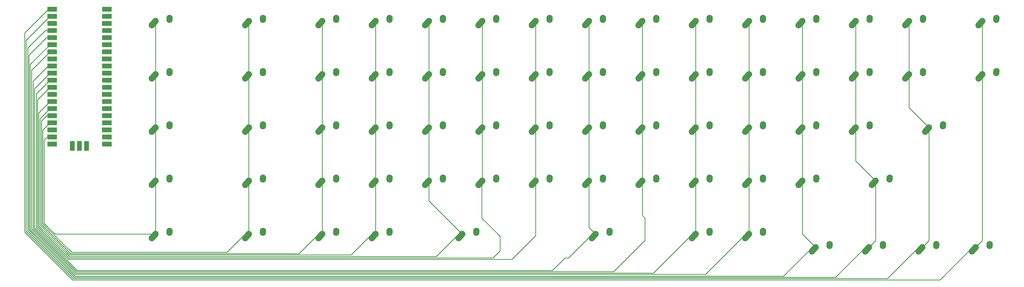
<source format=gtl>
G04 #@! TF.GenerationSoftware,KiCad,Pcbnew,8.0.4*
G04 #@! TF.CreationDate,2024-09-04T19:59:22-04:00*
G04 #@! TF.ProjectId,small-fry-pcb,736d616c-6c2d-4667-9279-2d7063622e6b,1.0*
G04 #@! TF.SameCoordinates,Original*
G04 #@! TF.FileFunction,Copper,L1,Top*
G04 #@! TF.FilePolarity,Positive*
%FSLAX46Y46*%
G04 Gerber Fmt 4.6, Leading zero omitted, Abs format (unit mm)*
G04 Created by KiCad (PCBNEW 8.0.4) date 2024-09-04 19:59:22*
%MOMM*%
%LPD*%
G01*
G04 APERTURE LIST*
G04 Aperture macros list*
%AMHorizOval*
0 Thick line with rounded ends*
0 $1 width*
0 $2 $3 position (X,Y) of the first rounded end (center of the circle)*
0 $4 $5 position (X,Y) of the second rounded end (center of the circle)*
0 Add line between two ends*
20,1,$1,$2,$3,$4,$5,0*
0 Add two circle primitives to create the rounded ends*
1,1,$1,$2,$3*
1,1,$1,$4,$5*%
G04 Aperture macros list end*
G04 #@! TA.AperFunction,ComponentPad*
%ADD10HorizOval,2.250000X0.655001X0.730000X-0.655001X-0.730000X0*%
G04 #@! TD*
G04 #@! TA.AperFunction,ComponentPad*
%ADD11C,2.250000*%
G04 #@! TD*
G04 #@! TA.AperFunction,ComponentPad*
%ADD12HorizOval,2.250000X0.020000X0.290000X-0.020000X-0.290000X0*%
G04 #@! TD*
G04 #@! TA.AperFunction,ComponentPad*
%ADD13O,1.700000X1.700000*%
G04 #@! TD*
G04 #@! TA.AperFunction,SMDPad,CuDef*
%ADD14R,3.500000X1.700000*%
G04 #@! TD*
G04 #@! TA.AperFunction,ComponentPad*
%ADD15R,1.700000X1.700000*%
G04 #@! TD*
G04 #@! TA.AperFunction,SMDPad,CuDef*
%ADD16R,1.700000X3.500000*%
G04 #@! TD*
G04 #@! TA.AperFunction,Conductor*
%ADD17C,0.250000*%
G04 #@! TD*
G04 APERTURE END LIST*
D10*
G04 #@! TO.P,MX51,1,COL*
G04 #@! TO.N,col6*
X211801251Y-93130000D03*
D11*
X212456250Y-92400000D03*
D12*
G04 #@! TO.P,MX51,2,ROW*
G04 #@! TO.N,Net-(D51-A)*
X217476250Y-91610000D03*
D11*
X217496250Y-91320000D03*
G04 #@! TD*
D10*
G04 #@! TO.P,MX44,1,COL*
G04 #@! TO.N,col13*
X352295001Y-74080000D03*
D11*
X352950000Y-73350000D03*
D12*
G04 #@! TO.P,MX44,2,ROW*
G04 #@! TO.N,Net-(D44-A)*
X357970000Y-72560000D03*
D11*
X357990000Y-72270000D03*
G04 #@! TD*
D10*
G04 #@! TO.P,MX11,1,COL*
G04 #@! TO.N,col10*
X288001251Y-35980000D03*
D11*
X288656250Y-35250000D03*
D12*
G04 #@! TO.P,MX11,2,ROW*
G04 #@! TO.N,Net-(D11-A)*
X293676250Y-34460000D03*
D11*
X293696250Y-34170000D03*
G04 #@! TD*
D10*
G04 #@! TO.P,MX23,1,COL*
G04 #@! TO.N,col7*
X230851251Y-55030000D03*
D11*
X231506250Y-54300000D03*
D12*
G04 #@! TO.P,MX23,2,ROW*
G04 #@! TO.N,Net-(D23-A)*
X236526250Y-53510000D03*
D11*
X236546250Y-53220000D03*
G04 #@! TD*
D10*
G04 #@! TO.P,MX32,1,COL*
G04 #@! TO.N,col1*
X109407501Y-74080000D03*
D11*
X110062500Y-73350000D03*
D12*
G04 #@! TO.P,MX32,2,ROW*
G04 #@! TO.N,Net-(D32-A)*
X115082500Y-72560000D03*
D11*
X115102500Y-72270000D03*
G04 #@! TD*
D10*
G04 #@! TO.P,MX59,1,COL*
G04 #@! TO.N,col1*
X109407501Y-112180000D03*
D11*
X110062500Y-111450000D03*
D12*
G04 #@! TO.P,MX59,2,ROW*
G04 #@! TO.N,Net-(D59-A)*
X115082500Y-110660000D03*
D11*
X115102500Y-110370000D03*
G04 #@! TD*
D10*
G04 #@! TO.P,MX2,1,COL*
G04 #@! TO.N,col1*
X109407501Y-35980000D03*
D11*
X110062500Y-35250000D03*
D12*
G04 #@! TO.P,MX2,2,ROW*
G04 #@! TO.N,Net-(D2-A)*
X115082500Y-34460000D03*
D11*
X115102500Y-34170000D03*
G04 #@! TD*
D10*
G04 #@! TO.P,MX1,1,COL*
G04 #@! TO.N,col0*
X76070001Y-35980000D03*
D11*
X76725000Y-35250000D03*
D12*
G04 #@! TO.P,MX1,2,ROW*
G04 #@! TO.N,Net-(D1-A)*
X81745000Y-34460000D03*
D11*
X81765000Y-34170000D03*
G04 #@! TD*
D10*
G04 #@! TO.P,MX54,1,COL*
G04 #@! TO.N,col9*
X268951251Y-93130000D03*
D11*
X269606250Y-92400000D03*
D12*
G04 #@! TO.P,MX54,2,ROW*
G04 #@! TO.N,Net-(D54-A)*
X274626250Y-91610000D03*
D11*
X274646250Y-91320000D03*
G04 #@! TD*
D10*
G04 #@! TO.P,MX5,1,COL*
G04 #@! TO.N,col4*
X173701251Y-35980000D03*
D11*
X174356250Y-35250000D03*
D12*
G04 #@! TO.P,MX5,2,ROW*
G04 #@! TO.N,Net-(D5-A)*
X179376250Y-34460000D03*
D11*
X179396250Y-34170000D03*
G04 #@! TD*
D10*
G04 #@! TO.P,MX45,1,COL*
G04 #@! TO.N,col0*
X76070001Y-93130000D03*
D11*
X76725000Y-92400000D03*
D12*
G04 #@! TO.P,MX45,2,ROW*
G04 #@! TO.N,Net-(D45-A)*
X81745000Y-91610000D03*
D11*
X81765000Y-91320000D03*
G04 #@! TD*
D10*
G04 #@! TO.P,MX62,1,COL*
G04 #@! TO.N,col4*
X185607501Y-112180000D03*
D11*
X186262500Y-111450000D03*
D12*
G04 #@! TO.P,MX62,2,ROW*
G04 #@! TO.N,Net-(D62-A)*
X191282500Y-110660000D03*
D11*
X191302500Y-110370000D03*
G04 #@! TD*
D10*
G04 #@! TO.P,MX66,1,COL*
G04 #@! TO.N,col11*
X311813751Y-116942500D03*
D11*
X312468750Y-116212500D03*
D12*
G04 #@! TO.P,MX66,2,ROW*
G04 #@! TO.N,Net-(D66-A)*
X317488750Y-115422500D03*
D11*
X317508750Y-115132500D03*
G04 #@! TD*
D10*
G04 #@! TO.P,MX50,1,COL*
G04 #@! TO.N,col5*
X192751251Y-93130000D03*
D11*
X193406250Y-92400000D03*
D12*
G04 #@! TO.P,MX50,2,ROW*
G04 #@! TO.N,Net-(D50-A)*
X198426250Y-91610000D03*
D11*
X198446250Y-91320000D03*
G04 #@! TD*
D10*
G04 #@! TO.P,MX65,1,COL*
G04 #@! TO.N,col10*
X288001251Y-112180000D03*
D11*
X288656250Y-111450000D03*
D12*
G04 #@! TO.P,MX65,2,ROW*
G04 #@! TO.N,Net-(D65-A)*
X293676250Y-110660000D03*
D11*
X293696250Y-110370000D03*
G04 #@! TD*
D10*
G04 #@! TO.P,MX34,1,COL*
G04 #@! TO.N,col3*
X154651251Y-74080000D03*
D11*
X155306250Y-73350000D03*
D12*
G04 #@! TO.P,MX34,2,ROW*
G04 #@! TO.N,Net-(D34-A)*
X160326250Y-72560000D03*
D11*
X160346250Y-72270000D03*
G04 #@! TD*
D10*
G04 #@! TO.P,MX12,1,COL*
G04 #@! TO.N,col11*
X307051251Y-35980000D03*
D11*
X307706250Y-35250000D03*
D12*
G04 #@! TO.P,MX12,2,ROW*
G04 #@! TO.N,Net-(D12-A)*
X312726250Y-34460000D03*
D11*
X312746250Y-34170000D03*
G04 #@! TD*
D10*
G04 #@! TO.P,MX35,1,COL*
G04 #@! TO.N,col4*
X173701251Y-74080000D03*
D11*
X174356250Y-73350000D03*
D12*
G04 #@! TO.P,MX35,2,ROW*
G04 #@! TO.N,Net-(D35-A)*
X179376250Y-72560000D03*
D11*
X179396250Y-72270000D03*
G04 #@! TD*
D10*
G04 #@! TO.P,MX46,1,COL*
G04 #@! TO.N,col1*
X109407501Y-93130000D03*
D11*
X110062500Y-92400000D03*
D12*
G04 #@! TO.P,MX46,2,ROW*
G04 #@! TO.N,Net-(D46-A)*
X115082500Y-91610000D03*
D11*
X115102500Y-91320000D03*
G04 #@! TD*
D10*
G04 #@! TO.P,MX9,1,COL*
G04 #@! TO.N,col8*
X249901251Y-35980000D03*
D11*
X250556250Y-35250000D03*
D12*
G04 #@! TO.P,MX9,2,ROW*
G04 #@! TO.N,Net-(D9-A)*
X255576250Y-34460000D03*
D11*
X255596250Y-34170000D03*
G04 #@! TD*
D10*
G04 #@! TO.P,MX18,1,COL*
G04 #@! TO.N,col2*
X135601251Y-55030000D03*
D11*
X136256250Y-54300000D03*
D12*
G04 #@! TO.P,MX18,2,ROW*
G04 #@! TO.N,Net-(D18-A)*
X141276250Y-53510000D03*
D11*
X141296250Y-53220000D03*
G04 #@! TD*
D10*
G04 #@! TO.P,MX57,1,COL*
G04 #@! TO.N,col12*
X333245001Y-93130000D03*
D11*
X333900000Y-92400000D03*
D12*
G04 #@! TO.P,MX57,2,ROW*
G04 #@! TO.N,Net-(D57-A)*
X338920000Y-91610000D03*
D11*
X338940000Y-91320000D03*
G04 #@! TD*
D10*
G04 #@! TO.P,MX43,1,COL*
G04 #@! TO.N,col12*
X326101251Y-74080000D03*
D11*
X326756250Y-73350000D03*
D12*
G04 #@! TO.P,MX43,2,ROW*
G04 #@! TO.N,Net-(D43-A)*
X331776250Y-72560000D03*
D11*
X331796250Y-72270000D03*
G04 #@! TD*
D10*
G04 #@! TO.P,MX3,1,COL*
G04 #@! TO.N,col2*
X135601251Y-35980000D03*
D11*
X136256250Y-35250000D03*
D12*
G04 #@! TO.P,MX3,2,ROW*
G04 #@! TO.N,Net-(D3-A)*
X141276250Y-34460000D03*
D11*
X141296250Y-34170000D03*
G04 #@! TD*
D10*
G04 #@! TO.P,MX31,1,COL*
G04 #@! TO.N,col0*
X76070001Y-74080000D03*
D11*
X76725000Y-73350000D03*
D12*
G04 #@! TO.P,MX31,2,ROW*
G04 #@! TO.N,Net-(D31-A)*
X81745000Y-72560000D03*
D11*
X81765000Y-72270000D03*
G04 #@! TD*
D10*
G04 #@! TO.P,MX37,1,COL*
G04 #@! TO.N,col6*
X211801251Y-74080000D03*
D11*
X212456250Y-73350000D03*
D12*
G04 #@! TO.P,MX37,2,ROW*
G04 #@! TO.N,Net-(D37-A)*
X217476250Y-72560000D03*
D11*
X217496250Y-72270000D03*
G04 #@! TD*
D10*
G04 #@! TO.P,MX17,1,COL*
G04 #@! TO.N,col1*
X109407501Y-55030000D03*
D11*
X110062500Y-54300000D03*
D12*
G04 #@! TO.P,MX17,2,ROW*
G04 #@! TO.N,Net-(D17-A)*
X115082500Y-53510000D03*
D11*
X115102500Y-53220000D03*
G04 #@! TD*
D10*
G04 #@! TO.P,MX36,1,COL*
G04 #@! TO.N,col5*
X192751251Y-74080000D03*
D11*
X193406250Y-73350000D03*
D12*
G04 #@! TO.P,MX36,2,ROW*
G04 #@! TO.N,Net-(D36-A)*
X198426250Y-72560000D03*
D11*
X198446250Y-72270000D03*
G04 #@! TD*
D13*
G04 #@! TO.P,U1,1,GPIO0*
G04 #@! TO.N,col14*
X40720000Y-31000000D03*
D14*
X39820000Y-31000000D03*
D13*
G04 #@! TO.P,U1,2,GPIO1*
G04 #@! TO.N,col13*
X40720000Y-33540000D03*
D14*
X39820000Y-33540000D03*
D15*
G04 #@! TO.P,U1,3,GND*
G04 #@! TO.N,unconnected-(U1-GND-Pad3)*
X40720000Y-36080000D03*
D14*
X39820000Y-36080000D03*
D13*
G04 #@! TO.P,U1,4,GPIO2*
G04 #@! TO.N,col12*
X40720000Y-38620000D03*
D14*
X39820000Y-38620000D03*
D13*
G04 #@! TO.P,U1,5,GPIO3*
G04 #@! TO.N,col11*
X40720000Y-41160000D03*
D14*
X39820000Y-41160000D03*
D13*
G04 #@! TO.P,U1,6,GPIO4*
G04 #@! TO.N,col10*
X40720000Y-43700000D03*
D14*
X39820000Y-43700000D03*
D13*
G04 #@! TO.P,U1,7,GPIO5*
G04 #@! TO.N,col9*
X40720000Y-46240000D03*
D14*
X39820000Y-46240000D03*
D15*
G04 #@! TO.P,U1,8,GND*
G04 #@! TO.N,unconnected-(U1-GND-Pad8)*
X40720000Y-48780000D03*
D14*
X39820000Y-48780000D03*
D13*
G04 #@! TO.P,U1,9,GPIO6*
G04 #@! TO.N,col8*
X40720000Y-51320000D03*
D14*
X39820000Y-51320000D03*
D13*
G04 #@! TO.P,U1,10,GPIO7*
G04 #@! TO.N,col7*
X40720000Y-53860000D03*
D14*
X39820000Y-53860000D03*
D13*
G04 #@! TO.P,U1,11,GPIO8*
G04 #@! TO.N,col6*
X40720000Y-56400000D03*
D14*
X39820000Y-56400000D03*
D13*
G04 #@! TO.P,U1,12,GPIO9*
G04 #@! TO.N,col5*
X40720000Y-58940000D03*
D14*
X39820000Y-58940000D03*
D15*
G04 #@! TO.P,U1,13,GND*
G04 #@! TO.N,unconnected-(U1-GND-Pad13)*
X40720000Y-61480000D03*
D14*
X39820000Y-61480000D03*
D13*
G04 #@! TO.P,U1,14,GPIO10*
G04 #@! TO.N,col4*
X40720000Y-64020000D03*
D14*
X39820000Y-64020000D03*
D13*
G04 #@! TO.P,U1,15,GPIO11*
G04 #@! TO.N,col3*
X40720000Y-66560000D03*
D14*
X39820000Y-66560000D03*
D13*
G04 #@! TO.P,U1,16,GPIO12*
G04 #@! TO.N,col2*
X40720000Y-69100000D03*
D14*
X39820000Y-69100000D03*
D13*
G04 #@! TO.P,U1,17,GPIO13*
G04 #@! TO.N,col1*
X40720000Y-71640000D03*
D14*
X39820000Y-71640000D03*
D15*
G04 #@! TO.P,U1,18,GND*
G04 #@! TO.N,unconnected-(U1-GND-Pad18)*
X40720000Y-74180000D03*
D14*
X39820000Y-74180000D03*
D13*
G04 #@! TO.P,U1,19,GPIO14*
G04 #@! TO.N,col0*
X40720000Y-76720000D03*
D14*
X39820000Y-76720000D03*
D13*
G04 #@! TO.P,U1,20,GPIO15*
G04 #@! TO.N,unconnected-(U1-GPIO15-Pad20)*
X40720000Y-79260000D03*
D14*
X39820000Y-79260000D03*
D13*
G04 #@! TO.P,U1,21,GPIO16*
G04 #@! TO.N,unconnected-(U1-GPIO16-Pad21)*
X58500000Y-79260000D03*
D14*
X59400000Y-79260000D03*
D13*
G04 #@! TO.P,U1,22,GPIO17*
G04 #@! TO.N,row4*
X58500000Y-76720000D03*
D14*
X59400000Y-76720000D03*
D15*
G04 #@! TO.P,U1,23,GND*
G04 #@! TO.N,unconnected-(U1-GND-Pad23)*
X58500000Y-74180000D03*
D14*
X59400000Y-74180000D03*
D13*
G04 #@! TO.P,U1,24,GPIO18*
G04 #@! TO.N,row3*
X58500000Y-71640000D03*
D14*
X59400000Y-71640000D03*
D13*
G04 #@! TO.P,U1,25,GPIO19*
G04 #@! TO.N,row2*
X58500000Y-69100000D03*
D14*
X59400000Y-69100000D03*
D13*
G04 #@! TO.P,U1,26,GPIO20*
G04 #@! TO.N,row1*
X58500000Y-66560000D03*
D14*
X59400000Y-66560000D03*
D13*
G04 #@! TO.P,U1,27,GPIO21*
G04 #@! TO.N,row0*
X58500000Y-64020000D03*
D14*
X59400000Y-64020000D03*
D15*
G04 #@! TO.P,U1,28,GND*
G04 #@! TO.N,unconnected-(U1-GND-Pad28)*
X58500000Y-61480000D03*
D14*
X59400000Y-61480000D03*
D13*
G04 #@! TO.P,U1,29,GPIO22*
G04 #@! TO.N,unconnected-(U1-GPIO22-Pad29)*
X58500000Y-58940000D03*
D14*
X59400000Y-58940000D03*
D13*
G04 #@! TO.P,U1,30,RUN*
G04 #@! TO.N,unconnected-(U1-RUN-Pad30)*
X58500000Y-56400000D03*
D14*
X59400000Y-56400000D03*
D13*
G04 #@! TO.P,U1,31,GPIO26_ADC0*
G04 #@! TO.N,unconnected-(U1-GPIO26_ADC0-Pad31)*
X58500000Y-53860000D03*
D14*
X59400000Y-53860000D03*
D13*
G04 #@! TO.P,U1,32,GPIO27_ADC1*
G04 #@! TO.N,unconnected-(U1-GPIO27_ADC1-Pad32)*
X58500000Y-51320000D03*
D14*
X59400000Y-51320000D03*
D15*
G04 #@! TO.P,U1,33,AGND*
G04 #@! TO.N,unconnected-(U1-AGND-Pad33)*
X58500000Y-48780000D03*
D14*
X59400000Y-48780000D03*
D13*
G04 #@! TO.P,U1,34,GPIO28_ADC2*
G04 #@! TO.N,unconnected-(U1-GPIO28_ADC2-Pad34)*
X58500000Y-46240000D03*
D14*
X59400000Y-46240000D03*
D13*
G04 #@! TO.P,U1,35,ADC_VREF*
G04 #@! TO.N,unconnected-(U1-ADC_VREF-Pad35)*
X58500000Y-43700000D03*
D14*
X59400000Y-43700000D03*
D13*
G04 #@! TO.P,U1,36,3V3*
G04 #@! TO.N,unconnected-(U1-3V3-Pad36)*
X58500000Y-41160000D03*
D14*
X59400000Y-41160000D03*
D13*
G04 #@! TO.P,U1,37,3V3_EN*
G04 #@! TO.N,unconnected-(U1-3V3_EN-Pad37)*
X58500000Y-38620000D03*
D14*
X59400000Y-38620000D03*
D15*
G04 #@! TO.P,U1,38,GND*
G04 #@! TO.N,unconnected-(U1-GND-Pad38)*
X58500000Y-36080000D03*
D14*
X59400000Y-36080000D03*
D13*
G04 #@! TO.P,U1,39,VSYS*
G04 #@! TO.N,unconnected-(U1-VSYS-Pad39)*
X58500000Y-33540000D03*
D14*
X59400000Y-33540000D03*
D13*
G04 #@! TO.P,U1,40,VBUS*
G04 #@! TO.N,unconnected-(U1-VBUS-Pad40)*
X58500000Y-31000000D03*
D14*
X59400000Y-31000000D03*
D13*
G04 #@! TO.P,U1,41,SWCLK*
G04 #@! TO.N,unconnected-(U1-SWCLK-Pad41)*
X47070000Y-79030000D03*
D16*
X47070000Y-79930000D03*
D15*
G04 #@! TO.P,U1,42,GND*
G04 #@! TO.N,unconnected-(U1-GND-Pad42)*
X49610000Y-79030000D03*
D16*
X49610000Y-79930000D03*
D13*
G04 #@! TO.P,U1,43,SWDIO*
G04 #@! TO.N,unconnected-(U1-SWDIO-Pad43)*
X52150000Y-79030000D03*
D16*
X52150000Y-79930000D03*
G04 #@! TD*
D10*
G04 #@! TO.P,MX47,1,COL*
G04 #@! TO.N,col2*
X135601251Y-93130000D03*
D11*
X136256250Y-92400000D03*
D12*
G04 #@! TO.P,MX47,2,ROW*
G04 #@! TO.N,Net-(D47-A)*
X141276250Y-91610000D03*
D11*
X141296250Y-91320000D03*
G04 #@! TD*
D10*
G04 #@! TO.P,MX25,1,COL*
G04 #@! TO.N,col9*
X268951251Y-55030000D03*
D11*
X269606250Y-54300000D03*
D12*
G04 #@! TO.P,MX25,2,ROW*
G04 #@! TO.N,Net-(D25-A)*
X274626250Y-53510000D03*
D11*
X274646250Y-53220000D03*
G04 #@! TD*
D10*
G04 #@! TO.P,MX61,1,COL*
G04 #@! TO.N,col3*
X154651251Y-112180000D03*
D11*
X155306250Y-111450000D03*
D12*
G04 #@! TO.P,MX61,2,ROW*
G04 #@! TO.N,Net-(D61-A)*
X160326250Y-110660000D03*
D11*
X160346250Y-110370000D03*
G04 #@! TD*
D10*
G04 #@! TO.P,MX26,1,COL*
G04 #@! TO.N,col10*
X288001251Y-55030000D03*
D11*
X288656250Y-54300000D03*
D12*
G04 #@! TO.P,MX26,2,ROW*
G04 #@! TO.N,Net-(D26-A)*
X293676250Y-53510000D03*
D11*
X293696250Y-53220000D03*
G04 #@! TD*
D10*
G04 #@! TO.P,MX15,1,COL*
G04 #@! TO.N,col14*
X371345001Y-35980000D03*
D11*
X372000000Y-35250000D03*
D12*
G04 #@! TO.P,MX15,2,ROW*
G04 #@! TO.N,Net-(D15-A)*
X377020000Y-34460000D03*
D11*
X377040000Y-34170000D03*
G04 #@! TD*
D10*
G04 #@! TO.P,MX58,1,COL*
G04 #@! TO.N,col0*
X76070001Y-112180000D03*
D11*
X76725000Y-111450000D03*
D12*
G04 #@! TO.P,MX58,2,ROW*
G04 #@! TO.N,Net-(D58-A)*
X81745000Y-110660000D03*
D11*
X81765000Y-110370000D03*
G04 #@! TD*
D10*
G04 #@! TO.P,MX63,1,COL*
G04 #@! TO.N,col7*
X233232501Y-112180000D03*
D11*
X233887500Y-111450000D03*
D12*
G04 #@! TO.P,MX63,2,ROW*
G04 #@! TO.N,Net-(D63-A)*
X238907500Y-110660000D03*
D11*
X238927500Y-110370000D03*
G04 #@! TD*
D10*
G04 #@! TO.P,MX28,1,COL*
G04 #@! TO.N,col12*
X326101251Y-55030000D03*
D11*
X326756250Y-54300000D03*
D12*
G04 #@! TO.P,MX28,2,ROW*
G04 #@! TO.N,Net-(D28-A)*
X331776250Y-53510000D03*
D11*
X331796250Y-53220000D03*
G04 #@! TD*
D10*
G04 #@! TO.P,MX8,1,COL*
G04 #@! TO.N,col7*
X230851251Y-35980000D03*
D11*
X231506250Y-35250000D03*
D12*
G04 #@! TO.P,MX8,2,ROW*
G04 #@! TO.N,Net-(D8-A)*
X236526250Y-34460000D03*
D11*
X236546250Y-34170000D03*
G04 #@! TD*
D10*
G04 #@! TO.P,MX10,1,COL*
G04 #@! TO.N,col9*
X268951251Y-35980000D03*
D11*
X269606250Y-35250000D03*
D12*
G04 #@! TO.P,MX10,2,ROW*
G04 #@! TO.N,Net-(D10-A)*
X274626250Y-34460000D03*
D11*
X274646250Y-34170000D03*
G04 #@! TD*
D10*
G04 #@! TO.P,MX53,1,COL*
G04 #@! TO.N,col8*
X249901251Y-93130000D03*
D11*
X250556250Y-92400000D03*
D12*
G04 #@! TO.P,MX53,2,ROW*
G04 #@! TO.N,Net-(D53-A)*
X255576250Y-91610000D03*
D11*
X255596250Y-91320000D03*
G04 #@! TD*
D10*
G04 #@! TO.P,MX64,1,COL*
G04 #@! TO.N,col9*
X268951251Y-112180000D03*
D11*
X269606250Y-111450000D03*
D12*
G04 #@! TO.P,MX64,2,ROW*
G04 #@! TO.N,Net-(D64-A)*
X274626250Y-110660000D03*
D11*
X274646250Y-110370000D03*
G04 #@! TD*
D10*
G04 #@! TO.P,MX49,1,COL*
G04 #@! TO.N,col4*
X173701251Y-93130000D03*
D11*
X174356250Y-92400000D03*
D12*
G04 #@! TO.P,MX49,2,ROW*
G04 #@! TO.N,Net-(D49-A)*
X179376250Y-91610000D03*
D11*
X179396250Y-91320000D03*
G04 #@! TD*
D10*
G04 #@! TO.P,MX27,1,COL*
G04 #@! TO.N,col11*
X307051251Y-55030000D03*
D11*
X307706250Y-54300000D03*
D12*
G04 #@! TO.P,MX27,2,ROW*
G04 #@! TO.N,Net-(D27-A)*
X312726250Y-53510000D03*
D11*
X312746250Y-53220000D03*
G04 #@! TD*
D10*
G04 #@! TO.P,MX33,1,COL*
G04 #@! TO.N,col2*
X135601251Y-74080000D03*
D11*
X136256250Y-73350000D03*
D12*
G04 #@! TO.P,MX33,2,ROW*
G04 #@! TO.N,Net-(D33-A)*
X141276250Y-72560000D03*
D11*
X141296250Y-72270000D03*
G04 #@! TD*
D10*
G04 #@! TO.P,MX21,1,COL*
G04 #@! TO.N,col5*
X192751251Y-55030000D03*
D11*
X193406250Y-54300000D03*
D12*
G04 #@! TO.P,MX21,2,ROW*
G04 #@! TO.N,Net-(D21-A)*
X198426250Y-53510000D03*
D11*
X198446250Y-53220000D03*
G04 #@! TD*
D10*
G04 #@! TO.P,MX19,1,COL*
G04 #@! TO.N,col3*
X154651251Y-55030000D03*
D11*
X155306250Y-54300000D03*
D12*
G04 #@! TO.P,MX19,2,ROW*
G04 #@! TO.N,Net-(D19-A)*
X160326250Y-53510000D03*
D11*
X160346250Y-53220000D03*
G04 #@! TD*
D10*
G04 #@! TO.P,MX55,1,COL*
G04 #@! TO.N,col10*
X288001251Y-93130000D03*
D11*
X288656250Y-92400000D03*
D12*
G04 #@! TO.P,MX55,2,ROW*
G04 #@! TO.N,Net-(D55-A)*
X293676250Y-91610000D03*
D11*
X293696250Y-91320000D03*
G04 #@! TD*
D10*
G04 #@! TO.P,MX29,1,COL*
G04 #@! TO.N,col13*
X345151251Y-55030000D03*
D11*
X345806250Y-54300000D03*
D12*
G04 #@! TO.P,MX29,2,ROW*
G04 #@! TO.N,Net-(D29-A)*
X350826250Y-53510000D03*
D11*
X350846250Y-53220000D03*
G04 #@! TD*
D10*
G04 #@! TO.P,MX7,1,COL*
G04 #@! TO.N,col6*
X211801251Y-35980000D03*
D11*
X212456250Y-35250000D03*
D12*
G04 #@! TO.P,MX7,2,ROW*
G04 #@! TO.N,Net-(D7-A)*
X217476250Y-34460000D03*
D11*
X217496250Y-34170000D03*
G04 #@! TD*
D10*
G04 #@! TO.P,MX13,1,COL*
G04 #@! TO.N,col12*
X326101251Y-35980000D03*
D11*
X326756250Y-35250000D03*
D12*
G04 #@! TO.P,MX13,2,ROW*
G04 #@! TO.N,Net-(D13-A)*
X331776250Y-34460000D03*
D11*
X331796250Y-34170000D03*
G04 #@! TD*
D10*
G04 #@! TO.P,MX4,1,COL*
G04 #@! TO.N,col3*
X154651251Y-35980000D03*
D11*
X155306250Y-35250000D03*
D12*
G04 #@! TO.P,MX4,2,ROW*
G04 #@! TO.N,Net-(D4-A)*
X160326250Y-34460000D03*
D11*
X160346250Y-34170000D03*
G04 #@! TD*
D10*
G04 #@! TO.P,MX41,1,COL*
G04 #@! TO.N,col10*
X288001251Y-74080000D03*
D11*
X288656250Y-73350000D03*
D12*
G04 #@! TO.P,MX41,2,ROW*
G04 #@! TO.N,Net-(D41-A)*
X293676250Y-72560000D03*
D11*
X293696250Y-72270000D03*
G04 #@! TD*
D10*
G04 #@! TO.P,MX52,1,COL*
G04 #@! TO.N,col7*
X230851251Y-93130000D03*
D11*
X231506250Y-92400000D03*
D12*
G04 #@! TO.P,MX52,2,ROW*
G04 #@! TO.N,Net-(D52-A)*
X236526250Y-91610000D03*
D11*
X236546250Y-91320000D03*
G04 #@! TD*
D10*
G04 #@! TO.P,MX16,1,COL*
G04 #@! TO.N,col0*
X76070001Y-55030000D03*
D11*
X76725000Y-54300000D03*
D12*
G04 #@! TO.P,MX16,2,ROW*
G04 #@! TO.N,Net-(D16-A)*
X81745000Y-53510000D03*
D11*
X81765000Y-53220000D03*
G04 #@! TD*
D10*
G04 #@! TO.P,MX20,1,COL*
G04 #@! TO.N,col4*
X173701251Y-55030000D03*
D11*
X174356250Y-54300000D03*
D12*
G04 #@! TO.P,MX20,2,ROW*
G04 #@! TO.N,Net-(D20-A)*
X179376250Y-53510000D03*
D11*
X179396250Y-53220000D03*
G04 #@! TD*
D10*
G04 #@! TO.P,MX69,1,COL*
G04 #@! TO.N,col14*
X368963751Y-116942500D03*
D11*
X369618750Y-116212500D03*
D12*
G04 #@! TO.P,MX69,2,ROW*
G04 #@! TO.N,Net-(D69-A)*
X374638750Y-115422500D03*
D11*
X374658750Y-115132500D03*
G04 #@! TD*
D10*
G04 #@! TO.P,MX6,1,COL*
G04 #@! TO.N,col5*
X192751251Y-35980000D03*
D11*
X193406250Y-35250000D03*
D12*
G04 #@! TO.P,MX6,2,ROW*
G04 #@! TO.N,Net-(D6-A)*
X198426250Y-34460000D03*
D11*
X198446250Y-34170000D03*
G04 #@! TD*
D10*
G04 #@! TO.P,MX38,1,COL*
G04 #@! TO.N,col7*
X230851251Y-74080000D03*
D11*
X231506250Y-73350000D03*
D12*
G04 #@! TO.P,MX38,2,ROW*
G04 #@! TO.N,Net-(D38-A)*
X236526250Y-72560000D03*
D11*
X236546250Y-72270000D03*
G04 #@! TD*
D10*
G04 #@! TO.P,MX68,1,COL*
G04 #@! TO.N,col13*
X349913751Y-116942500D03*
D11*
X350568750Y-116212500D03*
D12*
G04 #@! TO.P,MX68,2,ROW*
G04 #@! TO.N,Net-(D68-A)*
X355588750Y-115422500D03*
D11*
X355608750Y-115132500D03*
G04 #@! TD*
D10*
G04 #@! TO.P,MX42,1,COL*
G04 #@! TO.N,col11*
X307051251Y-74080000D03*
D11*
X307706250Y-73350000D03*
D12*
G04 #@! TO.P,MX42,2,ROW*
G04 #@! TO.N,Net-(D42-A)*
X312726250Y-72560000D03*
D11*
X312746250Y-72270000D03*
G04 #@! TD*
D10*
G04 #@! TO.P,MX60,1,COL*
G04 #@! TO.N,col2*
X135601251Y-112180000D03*
D11*
X136256250Y-111450000D03*
D12*
G04 #@! TO.P,MX60,2,ROW*
G04 #@! TO.N,Net-(D60-A)*
X141276250Y-110660000D03*
D11*
X141296250Y-110370000D03*
G04 #@! TD*
D10*
G04 #@! TO.P,MX48,1,COL*
G04 #@! TO.N,col3*
X154651251Y-93130000D03*
D11*
X155306250Y-92400000D03*
D12*
G04 #@! TO.P,MX48,2,ROW*
G04 #@! TO.N,Net-(D48-A)*
X160326250Y-91610000D03*
D11*
X160346250Y-91320000D03*
G04 #@! TD*
D10*
G04 #@! TO.P,MX67,1,COL*
G04 #@! TO.N,col12*
X330863751Y-116942500D03*
D11*
X331518750Y-116212500D03*
D12*
G04 #@! TO.P,MX67,2,ROW*
G04 #@! TO.N,Net-(D67-A)*
X336538750Y-115422500D03*
D11*
X336558750Y-115132500D03*
G04 #@! TD*
D10*
G04 #@! TO.P,MX40,1,COL*
G04 #@! TO.N,col9*
X268951251Y-74080000D03*
D11*
X269606250Y-73350000D03*
D12*
G04 #@! TO.P,MX40,2,ROW*
G04 #@! TO.N,Net-(D40-A)*
X274626250Y-72560000D03*
D11*
X274646250Y-72270000D03*
G04 #@! TD*
D10*
G04 #@! TO.P,MX39,1,COL*
G04 #@! TO.N,col8*
X249901251Y-74080000D03*
D11*
X250556250Y-73350000D03*
D12*
G04 #@! TO.P,MX39,2,ROW*
G04 #@! TO.N,Net-(D39-A)*
X255576250Y-72560000D03*
D11*
X255596250Y-72270000D03*
G04 #@! TD*
D10*
G04 #@! TO.P,MX30,1,COL*
G04 #@! TO.N,col14*
X371345001Y-55030000D03*
D11*
X372000000Y-54300000D03*
D12*
G04 #@! TO.P,MX30,2,ROW*
G04 #@! TO.N,Net-(D30-A)*
X377020000Y-53510000D03*
D11*
X377040000Y-53220000D03*
G04 #@! TD*
D10*
G04 #@! TO.P,MX56,1,COL*
G04 #@! TO.N,col11*
X307051251Y-93130000D03*
D11*
X307706250Y-92400000D03*
D12*
G04 #@! TO.P,MX56,2,ROW*
G04 #@! TO.N,Net-(D56-A)*
X312726250Y-91610000D03*
D11*
X312746250Y-91320000D03*
G04 #@! TD*
D10*
G04 #@! TO.P,MX14,1,COL*
G04 #@! TO.N,col13*
X345151251Y-35980000D03*
D11*
X345806250Y-35250000D03*
D12*
G04 #@! TO.P,MX14,2,ROW*
G04 #@! TO.N,Net-(D14-A)*
X350826250Y-34460000D03*
D11*
X350846250Y-34170000D03*
G04 #@! TD*
D10*
G04 #@! TO.P,MX24,1,COL*
G04 #@! TO.N,col8*
X249901251Y-55030000D03*
D11*
X250556250Y-54300000D03*
D12*
G04 #@! TO.P,MX24,2,ROW*
G04 #@! TO.N,Net-(D24-A)*
X255576250Y-53510000D03*
D11*
X255596250Y-53220000D03*
G04 #@! TD*
D10*
G04 #@! TO.P,MX22,1,COL*
G04 #@! TO.N,col6*
X211801251Y-55030000D03*
D11*
X212456250Y-54300000D03*
D12*
G04 #@! TO.P,MX22,2,ROW*
G04 #@! TO.N,Net-(D22-A)*
X217476250Y-53510000D03*
D11*
X217496250Y-53220000D03*
G04 #@! TD*
D17*
G04 #@! TO.N,col6*
X34150000Y-61360000D02*
X39110000Y-56400000D01*
X45500000Y-120500000D02*
X34150000Y-109150000D01*
X39110000Y-56400000D02*
X40720000Y-56400000D01*
X212456250Y-92400000D02*
X212456250Y-112043750D01*
X204000000Y-120500000D02*
X45500000Y-120500000D01*
X34150000Y-109150000D02*
X34150000Y-61360000D01*
X212456250Y-54300000D02*
X212456250Y-73350000D01*
X212456250Y-73350000D02*
X212456250Y-92400000D01*
X212456250Y-112043750D02*
X204000000Y-120500000D01*
X212456250Y-35250000D02*
X212456250Y-54300000D01*
G04 #@! TO.N,col0*
X76725000Y-73350000D02*
X76725000Y-92400000D01*
X76725000Y-111450000D02*
X40836396Y-111450000D01*
X76725000Y-111450000D02*
X76725000Y-92400000D01*
X38030000Y-76720000D02*
X40720000Y-76720000D01*
X37000000Y-77750000D02*
X38030000Y-76720000D01*
X40836396Y-111450000D02*
X37000000Y-107613604D01*
X37000000Y-107613604D02*
X37000000Y-77750000D01*
X76725000Y-35250000D02*
X76725000Y-54300000D01*
X76725000Y-54300000D02*
X76725000Y-73350000D01*
G04 #@! TO.N,col1*
X110062500Y-54300000D02*
X110062500Y-35250000D01*
X110062500Y-111450000D02*
X108800000Y-111450000D01*
X110062500Y-73350000D02*
X110062500Y-54300000D01*
X108800000Y-111450000D02*
X102250000Y-118000000D01*
X110062500Y-92400000D02*
X110062500Y-73350000D01*
X36500000Y-107750000D02*
X36500000Y-74250000D01*
X36500000Y-74250000D02*
X39110000Y-71640000D01*
X39110000Y-71640000D02*
X40720000Y-71640000D01*
X46750000Y-118000000D02*
X36500000Y-107750000D01*
X102250000Y-118000000D02*
X46750000Y-118000000D01*
X110062500Y-111450000D02*
X110062500Y-92400000D01*
G04 #@! TO.N,col2*
X134982630Y-111450000D02*
X127982630Y-118450000D01*
X36050000Y-70950000D02*
X37900000Y-69100000D01*
X136256250Y-54300000D02*
X136256250Y-73350000D01*
X46450000Y-118450000D02*
X36050000Y-108050000D01*
X136256250Y-73350000D02*
X136256250Y-92400000D01*
X136256250Y-111450000D02*
X134982630Y-111450000D01*
X136256250Y-35250000D02*
X136256250Y-54300000D01*
X36050000Y-108050000D02*
X36050000Y-70950000D01*
X136256250Y-92400000D02*
X136256250Y-111450000D01*
X37900000Y-69100000D02*
X40720000Y-69100000D01*
X127982630Y-118450000D02*
X46450000Y-118450000D01*
G04 #@! TO.N,col3*
X146600000Y-118900000D02*
X46150000Y-118900000D01*
X39110000Y-66560000D02*
X40720000Y-66560000D01*
X155306250Y-73350000D02*
X155306250Y-54300000D01*
X35500000Y-108250000D02*
X35500000Y-70170000D01*
X35500000Y-70170000D02*
X39110000Y-66560000D01*
X154050000Y-111450000D02*
X146600000Y-118900000D01*
X155306250Y-111450000D02*
X155306250Y-92400000D01*
X155306250Y-111450000D02*
X154050000Y-111450000D01*
X155306250Y-92400000D02*
X155306250Y-73350000D01*
X155306250Y-54300000D02*
X155306250Y-35250000D01*
X46150000Y-118900000D02*
X35500000Y-108250000D01*
G04 #@! TO.N,col4*
X186262500Y-111450000D02*
X185050000Y-111450000D01*
X185050000Y-111450000D02*
X177000000Y-119500000D01*
X174356250Y-92400000D02*
X174356250Y-99606250D01*
X177000000Y-119500000D02*
X46000000Y-119500000D01*
X174356250Y-54300000D02*
X174356250Y-73350000D01*
X174356250Y-99606250D02*
X186200000Y-111450000D01*
X174356250Y-73350000D02*
X174356250Y-92400000D01*
X39110000Y-64020000D02*
X40720000Y-64020000D01*
X174356250Y-35250000D02*
X174356250Y-54300000D01*
X186200000Y-111450000D02*
X186262500Y-111450000D01*
X46000000Y-119500000D02*
X35050000Y-108550000D01*
X35050000Y-108550000D02*
X35050000Y-68080000D01*
X35050000Y-68080000D02*
X39110000Y-64020000D01*
G04 #@! TO.N,col5*
X199750000Y-112250000D02*
X199750000Y-117500000D01*
X39110000Y-58940000D02*
X40720000Y-58940000D01*
X197250000Y-120000000D02*
X45750000Y-120000000D01*
X193406250Y-92400000D02*
X193406250Y-73350000D01*
X193406250Y-54300000D02*
X193406250Y-35250000D01*
X193406250Y-73350000D02*
X193406250Y-54300000D01*
X199750000Y-117500000D02*
X197250000Y-120000000D01*
X193250000Y-92556250D02*
X193250000Y-105750000D01*
X193406250Y-92400000D02*
X193250000Y-92556250D01*
X34600000Y-63450000D02*
X39110000Y-58940000D01*
X45750000Y-120000000D02*
X34600000Y-108850000D01*
X193250000Y-105750000D02*
X199750000Y-112250000D01*
X34600000Y-108850000D02*
X34600000Y-63450000D01*
G04 #@! TO.N,col8*
X250556250Y-73350000D02*
X250556250Y-92400000D01*
X250556250Y-35250000D02*
X250556250Y-54300000D01*
X48467094Y-124950000D02*
X33050000Y-109532906D01*
X251500000Y-105750000D02*
X251500000Y-113750000D01*
X250556250Y-92400000D02*
X250556250Y-104806250D01*
X251500000Y-113750000D02*
X240300000Y-124950000D01*
X240300000Y-124950000D02*
X48467094Y-124950000D01*
X250556250Y-54300000D02*
X250556250Y-73350000D01*
X33050000Y-56700000D02*
X38430000Y-51320000D01*
X33050000Y-109532906D02*
X33050000Y-56700000D01*
X38430000Y-51320000D02*
X40720000Y-51320000D01*
X250556250Y-104806250D02*
X251500000Y-105750000D01*
G04 #@! TO.N,col7*
X39110000Y-53860000D02*
X40720000Y-53860000D01*
X218500000Y-124500000D02*
X48750000Y-124500000D01*
X233887500Y-111450000D02*
X232800000Y-111450000D01*
X231506250Y-54300000D02*
X231506250Y-35250000D01*
X33500000Y-109250000D02*
X33500000Y-59470000D01*
X231506250Y-92400000D02*
X231506250Y-73350000D01*
X33500000Y-59470000D02*
X39110000Y-53860000D01*
X231506250Y-73350000D02*
X231506250Y-54300000D01*
X233887500Y-111450000D02*
X231506250Y-109068750D01*
X231506250Y-109068750D02*
X231506250Y-92400000D01*
X223000000Y-120000000D02*
X218500000Y-124500000D01*
X232800000Y-111450000D02*
X224250000Y-120000000D01*
X48750000Y-124500000D02*
X33500000Y-109250000D01*
X224250000Y-120000000D02*
X223000000Y-120000000D01*
G04 #@! TO.N,col9*
X32500000Y-52850000D02*
X39110000Y-46240000D01*
X254600000Y-125400000D02*
X48280698Y-125400000D01*
X32500000Y-109619302D02*
X32500000Y-52850000D01*
X269606250Y-111450000D02*
X269606250Y-92400000D01*
X48280698Y-125400000D02*
X32500000Y-109619302D01*
X269606250Y-73350000D02*
X269606250Y-54300000D01*
X269606250Y-92400000D02*
X269606250Y-73350000D01*
X269606250Y-54300000D02*
X269606250Y-35250000D01*
X269606250Y-111450000D02*
X268550000Y-111450000D01*
X268550000Y-111450000D02*
X254600000Y-125400000D01*
X39110000Y-46240000D02*
X40720000Y-46240000D01*
G04 #@! TO.N,col10*
X39050000Y-43700000D02*
X40720000Y-43700000D01*
X32000000Y-50750000D02*
X39050000Y-43700000D01*
X288656250Y-111450000D02*
X287550000Y-111450000D01*
X288656250Y-73350000D02*
X288656250Y-92400000D01*
X32000000Y-109863604D02*
X32000000Y-50750000D01*
X288656250Y-54300000D02*
X288656250Y-73350000D01*
X273150000Y-125850000D02*
X47986396Y-125850000D01*
X288656250Y-92400000D02*
X288656250Y-111450000D01*
X287550000Y-111450000D02*
X273150000Y-125850000D01*
X47986396Y-125850000D02*
X32000000Y-109863604D01*
X288656250Y-35250000D02*
X288656250Y-54300000D01*
G04 #@! TO.N,col11*
X48000000Y-126500000D02*
X31550000Y-110050000D01*
X31550000Y-47450000D02*
X37840000Y-41160000D01*
X311287500Y-116212500D02*
X301000000Y-126500000D01*
X307706250Y-54300000D02*
X307706250Y-35250000D01*
X307706250Y-111450000D02*
X307706250Y-92400000D01*
X312468750Y-116212500D02*
X307706250Y-111450000D01*
X31550000Y-110050000D02*
X31550000Y-47450000D01*
X301000000Y-126500000D02*
X48000000Y-126500000D01*
X312468750Y-116212500D02*
X311287500Y-116212500D01*
X307706250Y-92400000D02*
X307706250Y-73350000D01*
X307706250Y-73350000D02*
X307706250Y-54300000D01*
X37840000Y-41160000D02*
X40720000Y-41160000D01*
G04 #@! TO.N,col12*
X326756250Y-73350000D02*
X326756250Y-85256250D01*
X333900000Y-113831250D02*
X333900000Y-92400000D01*
X326756250Y-85256250D02*
X333900000Y-92400000D01*
X31100000Y-110350000D02*
X31100000Y-44900000D01*
X319550000Y-126950000D02*
X47700000Y-126950000D01*
X47700000Y-126950000D02*
X31100000Y-110350000D01*
X37380000Y-38620000D02*
X40720000Y-38620000D01*
X326756250Y-35250000D02*
X326756250Y-54300000D01*
X330287500Y-116212500D02*
X319550000Y-126950000D01*
X31100000Y-44900000D02*
X37380000Y-38620000D01*
X326756250Y-54300000D02*
X326756250Y-73350000D01*
X331518750Y-116212500D02*
X333900000Y-113831250D01*
X331518750Y-116212500D02*
X330287500Y-116212500D01*
G04 #@! TO.N,col13*
X350568750Y-116212500D02*
X349287500Y-116212500D01*
X47400000Y-127400000D02*
X30500000Y-110500000D01*
X338100000Y-127400000D02*
X47400000Y-127400000D01*
X30500000Y-42150000D02*
X39110000Y-33540000D01*
X345806250Y-66206250D02*
X345806250Y-54300000D01*
X352950000Y-113831250D02*
X352950000Y-73350000D01*
X349287500Y-116212500D02*
X338100000Y-127400000D01*
X345806250Y-54300000D02*
X345806250Y-35250000D01*
X39110000Y-33540000D02*
X40720000Y-33540000D01*
X30500000Y-110500000D02*
X30500000Y-42150000D01*
X350568750Y-116212500D02*
X352950000Y-113831250D01*
X352950000Y-73350000D02*
X345806250Y-66206250D01*
G04 #@! TO.N,col14*
X356900000Y-127850000D02*
X47100000Y-127850000D01*
X369618750Y-116212500D02*
X368537500Y-116212500D01*
X38500000Y-31000000D02*
X40720000Y-31000000D01*
X30050000Y-110800000D02*
X30050000Y-39450000D01*
X30050000Y-39450000D02*
X38500000Y-31000000D01*
X372000000Y-113831250D02*
X369618750Y-116212500D01*
X47100000Y-127850000D02*
X30050000Y-110800000D01*
X368537500Y-116212500D02*
X356900000Y-127850000D01*
X372000000Y-35250000D02*
X372000000Y-54300000D01*
X372000000Y-54300000D02*
X372000000Y-113831250D01*
G04 #@! TD*
M02*

</source>
